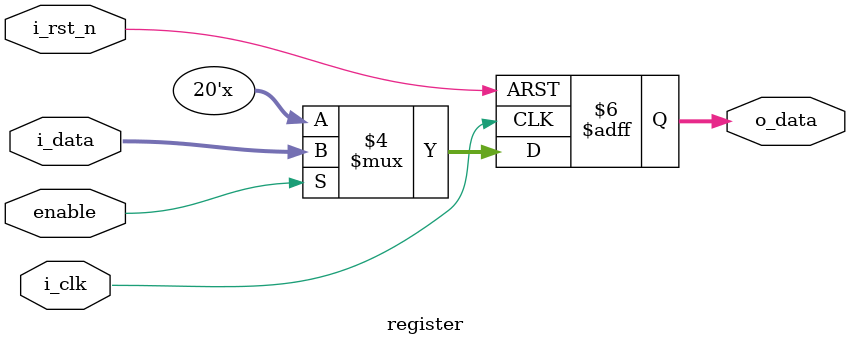
<source format=v>
module register (
    input i_clk,
    input i_rst_n,
    input enable,
    input [19:0] i_data,
    output reg [19:0] o_data
);

always @(posedge i_clk, negedge i_rst_n) begin
    if(~i_rst_n) begin
        o_data <= 0;
    end
    else begin
        if (enable) begin
            o_data <= i_data;
        end
        else begin
            o_data <= 20'bz;
        end
    end
end
    
endmodule
</source>
